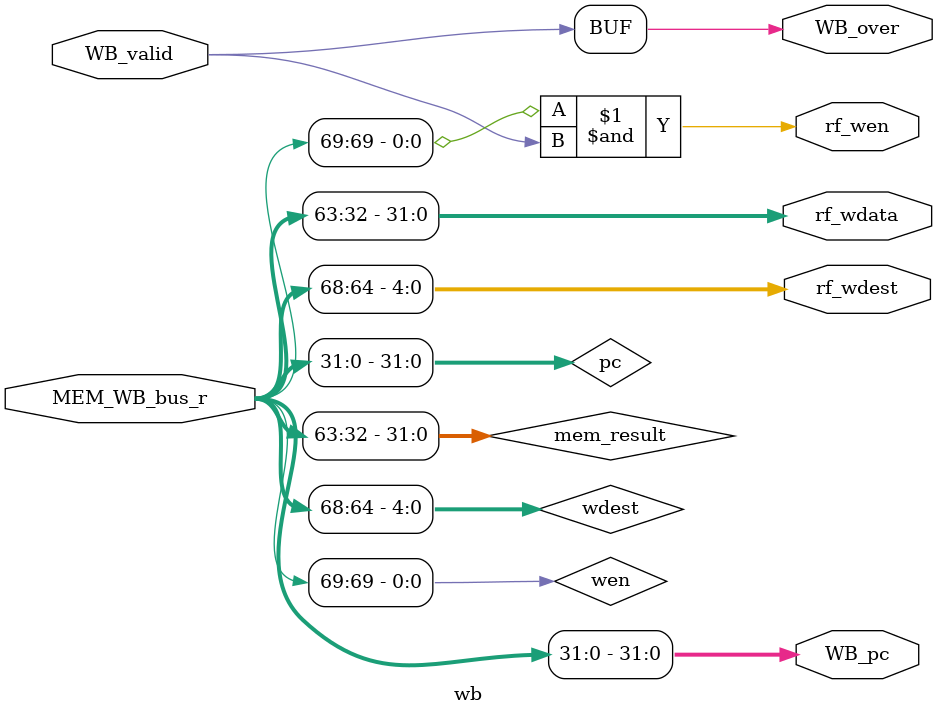
<source format=v>
`timescale 1ns / 1ps
module wb(                      // Ð´»Ø¼¶
    input         WB_valid,     // Ð´»Ø¼¶ÓÐÐ§
    input  [69:0] MEM_WB_bus_r, // MEM->WB×ÜÏß
    output        rf_wen,       // ¼Ä´æÆ÷Ð´Ê¹ÄÜ
    output [ 4:0] rf_wdest,     // ¼Ä´æÆ÷Ð´µØÖ·
    output [31:0] rf_wdata,     // ¼Ä´æÆ÷Ð´Êý¾Ý
    output        WB_over,      // WBÄ£¿éÖ´ÐÐÍê³É

    //Õ¹Ê¾PC
    output [ 31:0] WB_pc
);
//-----{MEM->WB×ÜÏß}begin    
    //¼Ä´æÆ÷¶ÑÐ´Ê¹ÄÜºÍÐ´µØÖ·
    wire wen;
    wire [4:0] wdest;
    
    //MEM´«À´µÄresult
    wire [31:0] mem_result;
    
    //pc
    wire [31:0] pc;    
    assign {wen,wdest,mem_result,pc} = MEM_WB_bus_r;
//-----{MEM->WB×ÜÏß}end

//-----{WBÖ´ÐÐÍê³É}begin
    //WBÄ£¿éÖ»ÊÇ´«µÝ¼Ä´æÆ÷¶ÑµÄÐ´Ê¹ÄÜ/Ð´µØÖ·ºÍÐ´Êý¾Ý
    //¿ÉÔÚÒ»ÅÄÄÚÍê³É
    //¹ÊWB_valid¼´ÊÇWB_overÐÅºÅ
    assign WB_over = WB_valid;
//-----{WBÖ´ÐÐÍê³É}end

//-----{WB->regfileÐÅºÅ}begin
    assign rf_wen   = wen & WB_valid;
    assign rf_wdest = wdest;
    assign rf_wdata = mem_result;
//-----{WB->regfileÐÅºÅ}end

//-----{Õ¹Ê¾WBÄ£¿éµÄPCÖµ}begin
    assign WB_pc = pc;
//-----{Õ¹Ê¾WBÄ£¿éµÄPCÖµ}end
endmodule


</source>
